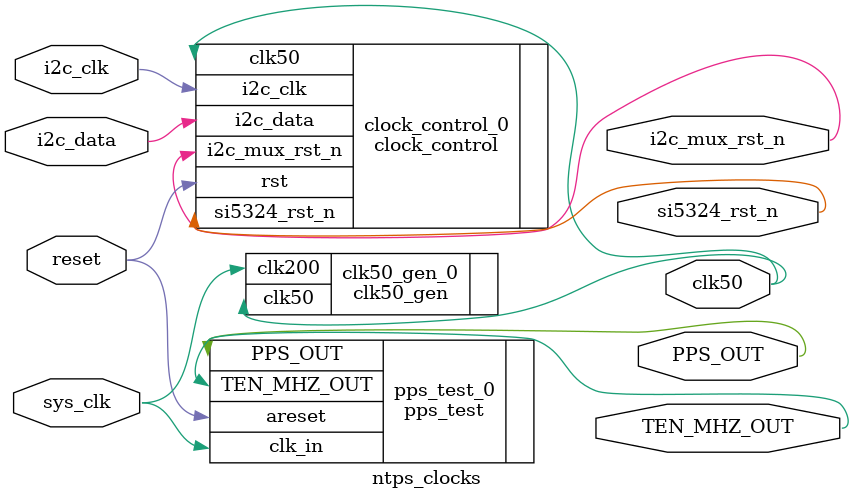
<source format=v>

`default_nettype none

module ntps_clocks(
                   input wire  reset,

                   input wire  sys_clk,
                   output wire clk50,

                   inout wire  i2c_clk,
                   inout wire  i2c_data,
                   output wire i2c_mux_rst_n,
                   output wire si5324_rst_n,

                   output wire PPS_OUT,
                   output wire TEN_MHZ_OUT
                  );


  //----------------------------------------------------------------
  // Instantiations.
  //----------------------------------------------------------------
  // 50 MHz clock generator sys_clk / 4.
  // Instantiates a BUFG.
  clk50_gen clk50_gen_0 (
     .clk200     (sys_clk),
     .clk50      (clk50)
  );


  // Control of the external 10Gb ethernet clock generator
  clock_control clock_control_0 (
     .clk50         (clk50),
     .rst           (reset),
     .i2c_clk       (i2c_clk),
     .i2c_data      (i2c_data),
     .i2c_mux_rst_n (i2c_mux_rst_n),
     .si5324_rst_n  (si5324_rst_n)
  );


  //----------------------------------------------------------------
  // pps_test
  // Test pulse and 10 MHz generator.
  //----------------------------------------------------------------
  pps_test pps_test_0 (
    .areset       (reset),
    .clk_in       (sys_clk),
    .PPS_OUT      (PPS_OUT),
    .TEN_MHZ_OUT  (TEN_MHZ_OUT)
  );

endmodule // ntps_clocks

`default_nettype wire

//======================================================================
// EOF ntps_clocks
//======================================================================

</source>
